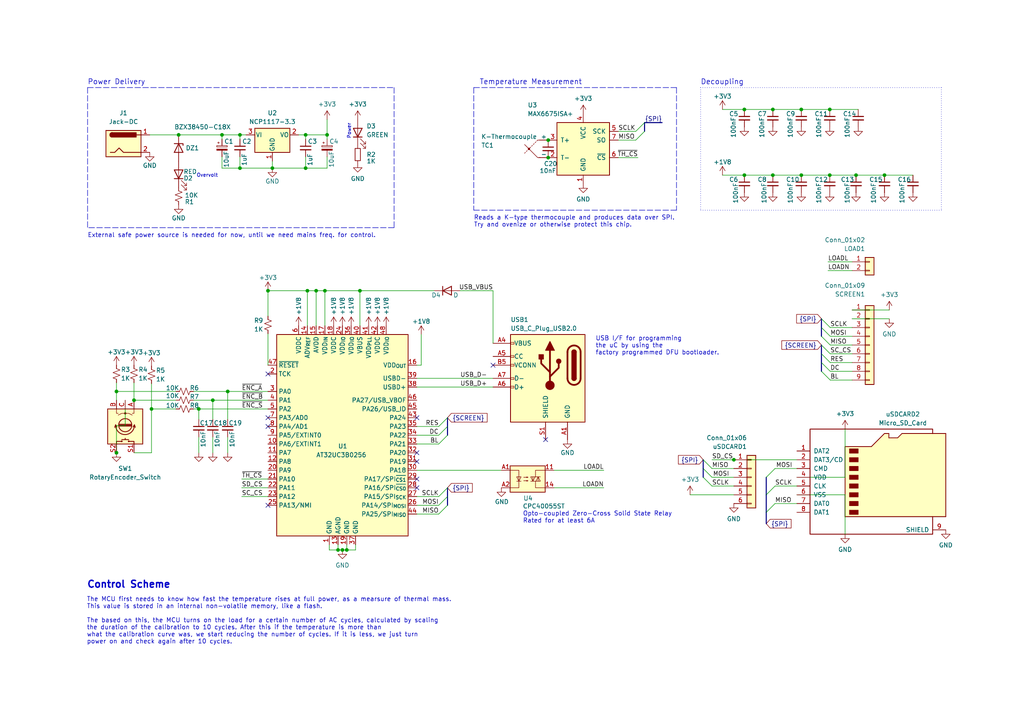
<source format=kicad_sch>
(kicad_sch (version 20211123) (generator eeschema)
  (paper "A4")
  (lib_symbols
    (symbol "AVR32:AT32UC3B0256"
      (property "Reference" "U" (at 0 48.26 0))
      (property "Value" "AT32UC3B0256" (at 0 45.72 0))
      (symbol "AT32UC3B0256_1_1"
        (pin power_in line (at -3.81 -30.48 90) (length 2.54) (name "GND") (number "1"))
        (pin bidirectional line (at -21.59 -1.27 0) (length 2.54) (name "PA6/EXTINT1") (number "10"))
        (pin bidirectional line (at -21.59 -3.81 0) (length 2.54) (name "PA7") (number "11"))
        (pin bidirectional line (at -21.59 -6.35 0) (length 2.54) (name "PA8") (number "12"))
        (pin power_in line (at -1.27 -30.48 90) (length 2.54) (name "AGND") (number "13"))
        (pin power_in line (at -10.16 33.02 270) (length 2.54) (name "ADV_{REF}") (number "14"))
        (pin power_in line (at -7.62 33.02 270) (length 2.54) (name "AVDD") (number "15"))
        (pin power_out line (at 21.59 21.59 180) (length 2.54) (name "VDD_{OUT}") (number "16"))
        (pin power_in line (at -5.08 33.02 270) (length 2.54) (name "VDD_{IN}") (number "17"))
        (pin power_in line (at -2.54 33.02 270) (length 2.54) (name "VDDC") (number "18"))
        (pin power_in line (at 1.27 -30.48 90) (length 2.54) (name "GND") (number "19"))
        (pin input line (at -21.59 19.05 0) (length 2.54) (name "TCK") (number "2"))
        (pin bidirectional line (at -21.59 -8.89 0) (length 2.54) (name "PA9") (number "20"))
        (pin bidirectional line (at -21.59 -11.43 0) (length 2.54) (name "PA10") (number "21"))
        (pin bidirectional line (at -21.59 -13.97 0) (length 2.54) (name "PA11") (number "22"))
        (pin bidirectional line (at -21.59 -16.51 0) (length 2.54) (name "PA12") (number "23"))
        (pin power_in line (at 0 33.02 270) (length 2.54) (name "VDD_{IO}") (number "24"))
        (pin bidirectional line (at -21.59 -19.05 0) (length 2.54) (name "PA13/NMI") (number "25"))
        (pin bidirectional line (at 21.59 -19.05 180) (length 2.54) (name "PA14/SPI_{MOSI}") (number "26"))
        (pin bidirectional line (at 21.59 -16.51 180) (length 2.54) (name "PA15/SPI_{SCK}") (number "27"))
        (pin bidirectional line (at 21.59 -13.97 180) (length 2.54) (name "PA16/SPI_{~{CS0}}") (number "28"))
        (pin bidirectional line (at 21.59 -11.43 180) (length 2.54) (name "PA17/SPI_{~{CS1}}") (number "29"))
        (pin bidirectional line (at -21.59 13.97 0) (length 2.54) (name "PA0") (number "3"))
        (pin bidirectional line (at 21.59 -8.89 180) (length 2.54) (name "PA18") (number "30"))
        (pin bidirectional line (at 21.59 -6.35 180) (length 2.54) (name "PA19") (number "31"))
        (pin bidirectional line (at 21.59 -3.81 180) (length 2.54) (name "PA20") (number "32"))
        (pin bidirectional line (at 21.59 -1.27 180) (length 2.54) (name "PA21") (number "33"))
        (pin bidirectional line (at 21.59 1.27 180) (length 2.54) (name "PA22") (number "34"))
        (pin bidirectional line (at 21.59 3.81 180) (length 2.54) (name "PA23") (number "35"))
        (pin power_in line (at 2.54 33.02 270) (length 2.54) (name "VDD_{IO}") (number "36"))
        (pin power_in line (at 3.81 -30.48 90) (length 2.54) (name "GND") (number "37"))
        (pin bidirectional line (at 21.59 15.24 180) (length 2.54) (name "USBD+") (number "38"))
        (pin bidirectional line (at 21.59 17.78 180) (length 2.54) (name "USBD-") (number "39"))
        (pin bidirectional line (at -21.59 11.43 0) (length 2.54) (name "PA1") (number "4"))
        (pin power_in line (at 5.08 33.02 270) (length 2.54) (name "VBUS") (number "40"))
        (pin power_in line (at 7.62 33.02 270) (length 2.54) (name "VDD_{PLL}") (number "41"))
        (pin power_in line (at 10.16 33.02 270) (length 2.54) (name "VDDC") (number "42"))
        (pin bidirectional line (at 21.59 6.35 180) (length 2.54) (name "PA24") (number "43"))
        (pin bidirectional line (at 21.59 -21.59 180) (length 2.54) (name "PA25/SPI_{MISO}") (number "44"))
        (pin bidirectional line (at 21.59 8.89 180) (length 2.54) (name "PA26/USB_ID") (number "45"))
        (pin output line (at 21.59 11.43 180) (length 2.54) (name "PA27/USB_VBOF") (number "46"))
        (pin input line (at -21.59 21.59 0) (length 2.54) (name "~{RESET}") (number "47"))
        (pin power_in line (at 12.7 33.02 270) (length 2.54) (name "VDD_{IO}") (number "48"))
        (pin bidirectional line (at -21.59 8.89 0) (length 2.54) (name "PA2") (number "5"))
        (pin power_in line (at -12.7 33.02 270) (length 2.54) (name "VDDC") (number "6"))
        (pin bidirectional line (at -21.59 6.35 0) (length 2.54) (name "PA3/AD0") (number "7"))
        (pin bidirectional line (at -21.59 3.81 0) (length 2.54) (name "PA4/AD1") (number "8"))
        (pin bidirectional line (at -21.59 1.27 0) (length 2.54) (name "PA5/EXTINT0") (number "9"))
      )
    )
    (symbol "Connector:Jack-DC" (pin_names (offset 1.016))
      (property "Reference" "J" (at 0 5.334 0))
      (property "Value" "Jack-DC" (at 0 -5.08 0))
      (symbol "Jack-DC_1_1"
        (pin passive line (at 7.62 2.54 180) (length 2.54) (name "~") (number "1"))
        (pin passive line (at 7.62 -2.54 180) (length 2.54) (name "~") (number "2"))
      )
    )
    (symbol "Connector:Micro_SD_Card" (pin_names (offset 1.016))
      (property "Reference" "J" (at -16.51 15.24 0))
      (property "Value" "Micro_SD_Card" (at 16.51 15.24 0))
      (symbol "Micro_SD_Card_1_1"
        (pin bidirectional line (at -22.86 7.62 0) (length 3.81) (name "DAT2") (number "1"))
        (pin bidirectional line (at -22.86 5.08 0) (length 3.81) (name "DAT3/CD") (number "2"))
        (pin input line (at -22.86 2.54 0) (length 3.81) (name "CMD") (number "3"))
        (pin power_in line (at -22.86 0 0) (length 3.81) (name "VDD") (number "4"))
        (pin input line (at -22.86 -2.54 0) (length 3.81) (name "CLK") (number "5"))
        (pin power_in line (at -22.86 -5.08 0) (length 3.81) (name "VSS") (number "6"))
        (pin bidirectional line (at -22.86 -7.62 0) (length 3.81) (name "DAT0") (number "7"))
        (pin bidirectional line (at -22.86 -10.16 0) (length 3.81) (name "DAT1") (number "8"))
        (pin passive line (at 20.32 -15.24 180) (length 3.81) (name "SHIELD") (number "9"))
      )
    )
    (symbol "Connector:USB_C_Plug_USB2.0" (pin_names (offset 1.016))
      (property "Reference" "USB1" (at -10.16 17.145 0))
      (property "Value" "USB_C_Plug_USB2.0" (at -10.16 14.605 0))
      (symbol "USB_C_Plug_USB2.0_1_1"
        (pin passive line (at -6.35 -17.78 90) (length 5.08) (name "GND") (number "A1"))
        (pin passive line (at -6.35 -17.78 90) (length 5.08) hide (name "GND") (number "A12"))
        (pin passive line (at 15.24 10.16 180) (length 5.08) (name "VBUS") (number "A4"))
        (pin bidirectional line (at 15.24 6.35 180) (length 5.08) (name "CC") (number "A5"))
        (pin bidirectional line (at 15.24 -2.54 180) (length 5.08) (name "D+") (number "A6"))
        (pin bidirectional line (at 15.24 0 180) (length 5.08) (name "D-") (number "A7"))
        (pin passive line (at 15.24 10.16 180) (length 5.08) hide (name "VBUS") (number "A9"))
        (pin passive line (at -6.35 -17.78 90) (length 5.08) hide (name "GND") (number "B1"))
        (pin passive line (at -6.35 -17.78 90) (length 5.08) hide (name "GND") (number "B12"))
        (pin passive line (at 15.24 10.16 180) (length 5.08) hide (name "VBUS") (number "B4"))
        (pin bidirectional line (at 15.24 3.81 180) (length 5.08) (name "VCONN") (number "B5"))
        (pin passive line (at 15.24 10.16 180) (length 5.08) hide (name "VBUS") (number "B9"))
        (pin passive line (at 0 -17.78 90) (length 5.08) (name "SHIELD") (number "S1"))
      )
    )
    (symbol "Connector_Generic:Conn_01x02" (pin_names (offset 1.016) hide)
      (property "Reference" "J" (at 0 2.54 0))
      (property "Value" "Conn_01x02" (at 0 -5.08 0))
      (symbol "Conn_01x02_1_1"
        (pin passive line (at -5.08 0 0) (length 3.81) (name "Pin_1") (number "1"))
        (pin passive line (at -5.08 -2.54 0) (length 3.81) (name "Pin_2") (number "2"))
      )
    )
    (symbol "Connector_Generic:Conn_01x06" (pin_names (offset 1.016) hide)
      (property "Reference" "J" (at 0 7.62 0))
      (property "Value" "Conn_01x06" (at 0 -10.16 0))
      (symbol "Conn_01x06_1_1"
        (pin passive line (at -5.08 5.08 0) (length 3.81) (name "Pin_1") (number "1"))
        (pin passive line (at -5.08 2.54 0) (length 3.81) (name "Pin_2") (number "2"))
        (pin passive line (at -5.08 0 0) (length 3.81) (name "Pin_3") (number "3"))
        (pin passive line (at -5.08 -2.54 0) (length 3.81) (name "Pin_4") (number "4"))
        (pin passive line (at -5.08 -5.08 0) (length 3.81) (name "Pin_5") (number "5"))
        (pin passive line (at -5.08 -7.62 0) (length 3.81) (name "Pin_6") (number "6"))
      )
    )
    (symbol "Connector_Generic:Conn_01x09" (pin_names (offset 1.016) hide)
      (property "Reference" "J" (at 0 12.7 0))
      (property "Value" "Conn_01x09" (at 0 -12.7 0))
      (symbol "Conn_01x09_1_1"
        (pin passive line (at -5.08 10.16 0) (length 3.81) (name "Pin_1") (number "1"))
        (pin passive line (at -5.08 7.62 0) (length 3.81) (name "Pin_2") (number "2"))
        (pin passive line (at -5.08 5.08 0) (length 3.81) (name "Pin_3") (number "3"))
        (pin passive line (at -5.08 2.54 0) (length 3.81) (name "Pin_4") (number "4"))
        (pin passive line (at -5.08 0 0) (length 3.81) (name "Pin_5") (number "5"))
        (pin passive line (at -5.08 -2.54 0) (length 3.81) (name "Pin_6") (number "6"))
        (pin passive line (at -5.08 -5.08 0) (length 3.81) (name "Pin_7") (number "7"))
        (pin passive line (at -5.08 -7.62 0) (length 3.81) (name "Pin_8") (number "8"))
        (pin passive line (at -5.08 -10.16 0) (length 3.81) (name "Pin_9") (number "9"))
      )
    )
    (symbol "Device:C_Polarized_Small" (pin_numbers hide) (pin_names (offset 0.254) hide)
      (property "Reference" "C" (at 0.254 1.778 0))
      (property "Value" "C_Polarized_Small" (at 0.254 -2.032 0))
      (symbol "C_Polarized_Small_1_1"
        (pin passive line (at 0 2.54 270) (length 1.8542) (name "~") (number "1"))
        (pin passive line (at 0 -2.54 90) (length 1.8542) (name "~") (number "2"))
      )
    )
    (symbol "Device:C_Small" (pin_numbers hide) (pin_names (offset 0.254) hide)
      (property "Reference" "C" (at 0.254 1.778 0))
      (property "Value" "C_Small" (at 0.254 -2.032 0))
      (symbol "C_Small_1_1"
        (pin passive line (at 0 2.54 270) (length 2.032) (name "~") (number "1"))
        (pin passive line (at 0 -2.54 90) (length 2.032) (name "~") (number "2"))
      )
    )
    (symbol "Device:D" (pin_numbers hide) (pin_names (offset 1.016) hide)
      (property "Reference" "D" (at 0 2.54 0))
      (property "Value" "D" (at 0 -2.54 0))
      (symbol "D_1_1"
        (pin passive line (at -3.81 0 0) (length 2.54) (name "K") (number "1"))
        (pin passive line (at 3.81 0 180) (length 2.54) (name "A") (number "2"))
      )
    )
    (symbol "Device:D_Zener" (pin_numbers hide) (pin_names (offset 1.016) hide)
      (property "Reference" "D" (at 0 2.54 0))
      (property "Value" "D_Zener" (at 0 -2.54 0))
      (symbol "D_Zener_1_1"
        (pin passive line (at -3.81 0 0) (length 2.54) (name "K") (number "1"))
        (pin passive line (at 3.81 0 180) (length 2.54) (name "A") (number "2"))
      )
    )
    (symbol "Device:LED" (pin_numbers hide) (pin_names (offset 1.016) hide)
      (property "Reference" "D" (at 0 2.54 0))
      (property "Value" "LED" (at 0 -2.54 0))
      (symbol "LED_1_1"
        (pin passive line (at -3.81 0 0) (length 2.54) (name "K") (number "1"))
        (pin passive line (at 3.81 0 180) (length 2.54) (name "A") (number "2"))
      )
    )
    (symbol "Device:R_Small" (pin_numbers hide) (pin_names (offset 0.254) hide)
      (property "Reference" "R" (at 0.762 0.508 0))
      (property "Value" "R_Small" (at 0.762 -1.016 0))
      (symbol "R_Small_1_1"
        (pin passive line (at 0 2.54 270) (length 0.762) (name "~") (number "1"))
        (pin passive line (at 0 -2.54 90) (length 0.762) (name "~") (number "2"))
      )
    )
    (symbol "Device:R_Small_US" (pin_numbers hide) (pin_names (offset 0.254) hide)
      (property "Reference" "R" (at 0.762 0.508 0))
      (property "Value" "R_Small_US" (at 0.762 -1.016 0))
      (symbol "R_Small_US_1_1"
        (pin passive line (at 0 2.54 270) (length 1.016) (name "~") (number "1"))
        (pin passive line (at 0 -2.54 90) (length 1.016) (name "~") (number "2"))
      )
    )
    (symbol "Device:RotaryEncoder_Switch" (pin_names (offset 0.254) hide)
      (property "Reference" "SW" (at 0 6.604 0))
      (property "Value" "RotaryEncoder_Switch" (at 0 -6.604 0))
      (symbol "RotaryEncoder_Switch_1_1"
        (pin passive line (at -7.62 2.54 0) (length 2.54) (name "A") (number "A"))
        (pin passive line (at -7.62 -2.54 0) (length 2.54) (name "B") (number "B"))
        (pin passive line (at -7.62 0 0) (length 2.54) (name "C") (number "C"))
        (pin passive line (at 7.62 2.54 180) (length 2.54) (name "S1") (number "S1"))
        (pin passive line (at 7.62 -2.54 180) (length 2.54) (name "S2") (number "S2"))
      )
    )
    (symbol "Device:Thermocouple" (pin_numbers hide) (pin_names (offset 0))
      (property "Reference" "TC" (at -3.048 3.81 0))
      (property "Value" "Thermocouple" (at -5.08 -4.064 0))
      (symbol "Thermocouple_1_1"
        (pin passive line (at 2.54 2.54 180) (length 2.54) (name "+") (number "1"))
        (pin passive line (at 2.54 -2.54 180) (length 2.54) (name "-") (number "2"))
      )
    )
    (symbol "Regulator_Linear:NCP1117-3.3_SOT223" (pin_names (offset 0.254))
      (property "Reference" "U" (at -3.81 3.175 0))
      (property "Value" "NCP1117-3.3_SOT223" (at 0 3.175 0))
      (symbol "NCP1117-3.3_SOT223_1_1"
        (pin power_in line (at 0 -7.62 90) (length 2.54) (name "GND") (number "1"))
        (pin power_out line (at 7.62 0 180) (length 2.54) (name "VO") (number "2"))
        (pin power_in line (at -7.62 0 0) (length 2.54) (name "VI") (number "3"))
      )
    )
    (symbol "Relay_SolidState:34.81-8240"
      (property "Reference" "U" (at -5.08 5.08 0))
      (property "Value" "34.81-8240" (at 0 5.08 0))
      (symbol "34.81-8240_1_1"
        (pin passive line (at 7.62 2.54 180) (length 2.54) (name "~") (number "11"))
        (pin passive line (at 7.62 -2.54 180) (length 2.54) (name "~") (number "14"))
        (pin passive line (at -7.62 2.54 0) (length 2.54) (name "~") (number "A1"))
        (pin passive line (at -7.62 -2.54 0) (length 2.54) (name "~") (number "A2"))
      )
    )
    (symbol "Sensor_Temperature:MAX31855KASA" (pin_names (offset 1.016))
      (property "Reference" "U" (at -7.62 8.89 0))
      (property "Value" "MAX31855KASA" (at 1.27 8.89 0))
      (symbol "MAX31855KASA_1_1"
        (pin power_in line (at 0 -10.16 90) (length 2.54) (name "GND") (number "1"))
        (pin passive line (at -10.16 -2.54 0) (length 2.54) (name "T-") (number "2"))
        (pin passive line (at -10.16 2.54 0) (length 2.54) (name "T+") (number "3"))
        (pin power_in line (at 0 10.16 270) (length 2.54) (name "VCC") (number "4"))
        (pin input line (at 10.16 5.08 180) (length 2.54) (name "SCK") (number "5"))
        (pin input line (at 10.16 -2.54 180) (length 2.54) (name "~{CS}") (number "6"))
        (pin tri_state line (at 10.16 2.54 180) (length 2.54) (name "SO") (number "7"))
      )
    )
    (symbol "power:+1V8" (power) (pin_names (offset 0))
      (property "Value" "+1V8" (at 0 3.556 0))
      (symbol "+1V8_1_1"
        (pin power_in line (at 0 0 90) (length 0) hide (name "+1V8") (number "1"))
      )
    )
    (symbol "power:+3V3" (power) (pin_names (offset 0))
      (property "Value" "+3V3" (at 0 3.556 0))
      (symbol "+3V3_1_1"
        (pin power_in line (at 0 0 90) (length 0) hide (name "+3V3") (number "1"))
      )
    )
    (symbol "power:GND" (power) (pin_names (offset 0))
      (property "Value" "GND" (at 0 -3.81 0))
      (symbol "GND_1_1"
        (pin power_in line (at 0 0 270) (length 0) hide (name "GND") (number "1"))
      )
    )
  )
  (bus_alias "SCREEN" (members "SC_CS" "BL" "DC" "RES" "T_SDA" "T_SCL" "T_INT"))
  (bus_alias "SPI" (members "SCLK" "MOSI" "MISO"))
  (junction (at 224.155 50.8))
  (junction (at 98.044 159.512))
  (junction (at 88.646 48.768))
  (junction (at 232.41 31.75))
  (junction (at 57.658 118.618))
  (junction (at 256.54 50.8))
  (junction (at 69.596 39.116))
  (junction (at 104.394 84.328))
  (junction (at 215.9 50.8))
  (junction (at 78.994 48.768))
  (junction (at 64.389 39.116))
  (junction (at 232.41 50.8))
  (junction (at 224.155 31.75))
  (junction (at 88.646 39.116))
  (junction (at 159.004 40.64))
  (junction (at 33.782 131.318))
  (junction (at 89.154 84.328))
  (junction (at 99.314 159.512))
  (junction (at 69.596 48.768))
  (junction (at 61.722 116.078))
  (junction (at 94.869 39.116))
  (junction (at 33.782 113.538))
  (junction (at 38.862 116.078))
  (junction (at 215.9 31.75))
  (junction (at 159.004 45.72))
  (junction (at 91.694 84.328))
  (junction (at 212.852 133.35))
  (junction (at 94.234 84.328))
  (junction (at 43.942 118.618))
  (junction (at 77.724 84.328))
  (junction (at 248.285 50.8))
  (junction (at 66.04 113.538))
  (junction (at 100.584 159.512))
  (junction (at 240.665 31.75))
  (junction (at 51.816 39.116))
  (junction (at 240.665 50.8))
  (no_connect (at 120.904 121.158))
  (no_connect (at 77.724 146.558))
  (no_connect (at 143.002 105.918))
  (no_connect (at 158.242 127.508))
  (no_connect (at 120.904 141.478))
  (no_connect (at 120.904 138.938))
  (no_connect (at 120.904 131.318))
  (no_connect (at 120.904 133.858))
  (no_connect (at 77.724 108.458))
  (no_connect (at 77.724 121.158))
  (no_connect (at 77.724 123.698))
  (bus_entry (at 238.252 100.076) (size 2.54 2.54))
  (bus_entry (at 129.794 126.238) (size -2.54 2.54))
  (bus_entry (at 203.962 133.35) (size 2.54 2.54))
  (bus_entry (at 203.962 135.89) (size 2.54 2.54))
  (bus_entry (at 203.962 138.43) (size 2.54 2.54))
  (bus_entry (at 238.252 97.536) (size 2.54 2.54))
  (bus_entry (at 238.252 94.996) (size 2.54 2.54))
  (bus_entry (at 238.252 92.456) (size 2.54 2.54))
  (bus_entry (at 238.252 102.616) (size 2.54 2.54))
  (bus_entry (at 238.252 105.156) (size 2.54 2.54))
  (bus_entry (at 238.252 107.696) (size 2.54 2.54))
  (bus_entry (at 224.79 135.89) (size -2.54 2.54))
  (bus_entry (at 222.25 148.59) (size 2.54 -2.54))
  (bus_entry (at 129.794 123.698) (size -2.54 2.54))
  (bus_entry (at 127.254 149.098) (size 2.54 -2.54))
  (bus_entry (at 127.254 144.018) (size 2.54 -2.54))
  (bus_entry (at 127.254 146.558) (size 2.54 -2.54))
  (bus_entry (at 186.944 35.56) (size -2.54 2.54))
  (bus_entry (at 222.25 143.51) (size 2.54 -2.54))
  (bus_entry (at 186.944 38.1) (size -2.54 2.54))
  (bus_entry (at 129.794 121.158) (size -2.54 2.54))
  (wire (pts (xy 224.79 135.89) (xy 231.14 135.89)))
  (wire (pts (xy 224.155 50.8) (xy 232.41 50.8)))
  (wire (pts (xy 231.14 143.51) (xy 245.11 143.51)))
  (bus (pts (xy 222.25 143.51) (xy 222.25 148.59)))
  (wire (pts (xy 61.722 116.078) (xy 61.722 121.666)))
  (polyline (pts (xy 273.05 60.96) (xy 203.2 60.96)) (stroke (width 0) (type dot)))
  (wire (pts (xy 240.665 50.8) (xy 248.285 50.8)))
  (wire (pts (xy 94.234 84.328) (xy 104.394 84.328)))
  (bus (pts (xy 238.252 102.616) (xy 238.252 105.156)))
  (wire (pts (xy 56.134 118.618) (xy 57.658 118.618)))
  (wire (pts (xy 69.596 45.466) (xy 69.596 48.768)))
  (wire (pts (xy 224.79 140.97) (xy 231.14 140.97)))
  (wire (pts (xy 104.394 84.328) (xy 104.394 94.488)))
  (wire (pts (xy 94.869 39.116) (xy 94.869 34.671)))
  (wire (pts (xy 133.477 84.328) (xy 143.002 84.328)))
  (wire (pts (xy 69.596 39.116) (xy 71.374 39.116)))
  (wire (pts (xy 209.55 31.75) (xy 215.9 31.75)))
  (wire (pts (xy 127.254 146.558) (xy 120.904 146.558)))
  (bus (pts (xy 129.794 146.558) (xy 129.794 144.018)))
  (wire (pts (xy 57.658 118.618) (xy 57.658 121.666)))
  (bus (pts (xy 222.25 138.43) (xy 222.25 143.51)))
  (wire (pts (xy 232.41 50.8) (xy 240.665 50.8)))
  (bus (pts (xy 222.25 148.59) (xy 222.25 151.892)))
  (wire (pts (xy 232.41 31.75) (xy 240.665 31.75)))
  (wire (pts (xy 33.782 113.538) (xy 33.782 116.078)))
  (bus (pts (xy 186.944 35.56) (xy 186.944 38.1)))
  (wire (pts (xy 215.9 50.8) (xy 224.155 50.8)))
  (wire (pts (xy 36.322 123.444) (xy 33.782 123.444)))
  (wire (pts (xy 257.937 89.916) (xy 247.142 89.916)))
  (wire (pts (xy 103.124 159.512) (xy 103.124 157.988)))
  (wire (pts (xy 240.792 110.236) (xy 247.142 110.236)))
  (wire (pts (xy 33.782 110.998) (xy 33.782 113.538)))
  (wire (pts (xy 127.254 128.778) (xy 120.904 128.778)))
  (wire (pts (xy 43.434 39.116) (xy 51.816 39.116)))
  (wire (pts (xy 160.655 136.398) (xy 175.133 136.398)))
  (wire (pts (xy 240.792 94.996) (xy 247.142 94.996)))
  (wire (pts (xy 38.862 131.318) (xy 43.942 131.318)))
  (wire (pts (xy 247.142 75.946) (xy 240.157 75.946)))
  (wire (pts (xy 206.502 135.89) (xy 212.852 135.89)))
  (wire (pts (xy 69.596 48.768) (xy 78.994 48.768)))
  (wire (pts (xy 70.104 141.478) (xy 77.724 141.478)))
  (wire (pts (xy 247.142 78.486) (xy 240.157 78.486)))
  (wire (pts (xy 127.254 149.098) (xy 120.904 149.098)))
  (wire (pts (xy 36.322 116.078) (xy 36.322 123.444)))
  (wire (pts (xy 98.044 157.988) (xy 98.044 159.512)))
  (wire (pts (xy 64.389 45.466) (xy 64.389 48.768)))
  (wire (pts (xy 98.044 159.512) (xy 99.314 159.512)))
  (wire (pts (xy 94.869 45.466) (xy 94.869 48.768)))
  (bus (pts (xy 203.962 138.43) (xy 203.962 135.89)))
  (wire (pts (xy 240.665 31.75) (xy 248.92 31.75)))
  (wire (pts (xy 86.614 39.116) (xy 88.646 39.116)))
  (wire (pts (xy 179.324 40.64) (xy 184.404 40.64)))
  (polyline (pts (xy 203.2 25.4) (xy 203.2 60.96)) (stroke (width 0) (type dot)))
  (wire (pts (xy 95.504 159.512) (xy 95.504 157.988)))
  (bus (pts (xy 129.794 123.698) (xy 129.794 126.238)))
  (wire (pts (xy 77.724 96.774) (xy 77.724 105.918)))
  (wire (pts (xy 33.782 113.538) (xy 51.054 113.538)))
  (wire (pts (xy 209.55 50.8) (xy 215.9 50.8)))
  (wire (pts (xy 100.584 157.988) (xy 100.584 159.512)))
  (polyline (pts (xy 196.215 60.96) (xy 137.414 60.96)))
  (bus (pts (xy 238.252 107.696) (xy 238.252 105.156)))
  (bus (pts (xy 238.252 94.996) (xy 238.252 92.456)))
  (wire (pts (xy 61.722 126.746) (xy 61.722 131.318)))
  (wire (pts (xy 88.646 39.116) (xy 88.646 40.386)))
  (wire (pts (xy 89.154 84.328) (xy 91.694 84.328)))
  (wire (pts (xy 245.11 143.51) (xy 245.11 154.94)))
  (wire (pts (xy 206.502 133.35) (xy 212.852 133.35)))
  (wire (pts (xy 66.04 126.746) (xy 66.04 131.318)))
  (wire (pts (xy 206.502 138.43) (xy 212.852 138.43)))
  (wire (pts (xy 245.11 138.43) (xy 245.11 124.46)))
  (wire (pts (xy 206.502 140.97) (xy 212.852 140.97)))
  (wire (pts (xy 100.584 159.512) (xy 103.124 159.512)))
  (wire (pts (xy 78.994 48.768) (xy 88.646 48.768)))
  (bus (pts (xy 238.252 97.536) (xy 238.252 94.996)))
  (wire (pts (xy 91.694 84.328) (xy 91.694 94.488)))
  (wire (pts (xy 56.134 116.078) (xy 61.722 116.078)))
  (wire (pts (xy 88.646 45.466) (xy 88.646 48.768)))
  (wire (pts (xy 240.792 107.696) (xy 247.142 107.696)))
  (wire (pts (xy 89.154 84.328) (xy 89.154 94.488)))
  (bus (pts (xy 192.024 35.56) (xy 186.944 35.56)))
  (wire (pts (xy 95.504 159.512) (xy 98.044 159.512)))
  (bus (pts (xy 203.962 135.89) (xy 203.962 133.35)))
  (polyline (pts (xy 137.414 25.4) (xy 137.414 60.96)))
  (wire (pts (xy 224.79 146.05) (xy 231.14 146.05)))
  (bus (pts (xy 129.794 121.158) (xy 129.794 123.698)))
  (wire (pts (xy 127.254 144.018) (xy 120.904 144.018)))
  (wire (pts (xy 215.9 31.75) (xy 224.155 31.75)))
  (polyline (pts (xy 25.4 25.4) (xy 114.3 25.4)))
  (bus (pts (xy 129.794 144.018) (xy 129.794 141.478)))
  (wire (pts (xy 66.04 113.538) (xy 77.724 113.538)))
  (wire (pts (xy 143.002 84.328) (xy 143.002 99.568)))
  (wire (pts (xy 56.134 113.538) (xy 66.04 113.538)))
  (wire (pts (xy 127.254 123.698) (xy 120.904 123.698)))
  (wire (pts (xy 122.174 105.918) (xy 120.904 105.918)))
  (wire (pts (xy 160.655 141.478) (xy 175.133 141.478)))
  (wire (pts (xy 51.816 39.116) (xy 64.389 39.116)))
  (wire (pts (xy 184.404 38.1) (xy 179.324 38.1)))
  (wire (pts (xy 64.389 39.116) (xy 64.389 40.386)))
  (wire (pts (xy 78.994 46.736) (xy 78.994 48.768)))
  (wire (pts (xy 64.389 48.768) (xy 69.596 48.768)))
  (wire (pts (xy 91.694 84.328) (xy 94.234 84.328)))
  (wire (pts (xy 240.792 102.616) (xy 247.142 102.616)))
  (wire (pts (xy 38.862 110.998) (xy 38.862 116.078)))
  (wire (pts (xy 43.942 111.252) (xy 43.942 118.618)))
  (polyline (pts (xy 137.414 25.4) (xy 196.215 25.4)))
  (wire (pts (xy 240.792 105.156) (xy 247.142 105.156)))
  (wire (pts (xy 38.862 116.078) (xy 51.054 116.078)))
  (wire (pts (xy 231.14 138.43) (xy 245.11 138.43)))
  (polyline (pts (xy 25.4 25.4) (xy 25.4 66.04)))
  (wire (pts (xy 77.724 84.328) (xy 89.154 84.328)))
  (wire (pts (xy 104.394 84.328) (xy 125.857 84.328)))
  (wire (pts (xy 66.04 113.538) (xy 66.04 121.666)))
  (wire (pts (xy 69.596 39.116) (xy 69.596 40.386)))
  (wire (pts (xy 61.722 116.078) (xy 77.724 116.078)))
  (wire (pts (xy 200.152 143.51) (xy 212.852 143.51)))
  (wire (pts (xy 120.904 136.398) (xy 145.415 136.398)))
  (wire (pts (xy 64.389 39.116) (xy 69.596 39.116)))
  (wire (pts (xy 99.314 159.512) (xy 100.584 159.512)))
  (wire (pts (xy 212.852 133.35) (xy 231.14 133.35)))
  (bus (pts (xy 238.252 100.076) (xy 238.252 102.616)))
  (wire (pts (xy 77.724 84.328) (xy 77.724 91.694)))
  (wire (pts (xy 257.937 92.456) (xy 247.142 92.456)))
  (wire (pts (xy 77.724 138.938) (xy 70.104 138.938)))
  (wire (pts (xy 122.174 105.918) (xy 122.174 97.028)))
  (wire (pts (xy 240.792 100.076) (xy 247.142 100.076)))
  (wire (pts (xy 70.104 144.018) (xy 77.724 144.018)))
  (polyline (pts (xy 203.2 25.4) (xy 273.05 25.4)) (stroke (width 0) (type dot)))
  (wire (pts (xy 94.869 39.116) (xy 94.869 40.386)))
  (wire (pts (xy 33.782 123.444) (xy 33.782 131.318)))
  (wire (pts (xy 179.324 45.72) (xy 185.039 45.72)))
  (wire (pts (xy 57.658 118.618) (xy 77.724 118.618)))
  (wire (pts (xy 43.942 118.618) (xy 43.942 131.318)))
  (wire (pts (xy 88.646 48.768) (xy 94.869 48.768)))
  (polyline (pts (xy 196.215 25.4) (xy 196.215 60.96)))
  (polyline (pts (xy 114.3 25.4) (xy 114.3 66.04)))
  (wire (pts (xy 94.234 84.328) (xy 94.234 94.488)))
  (wire (pts (xy 57.658 126.746) (xy 57.658 131.318)))
  (wire (pts (xy 43.942 118.618) (xy 51.054 118.618)))
  (wire (pts (xy 120.904 112.268) (xy 143.002 112.268)))
  (polyline (pts (xy 114.3 66.04) (xy 25.4 66.04)))
  (wire (pts (xy 127.254 126.238) (xy 120.904 126.238)))
  (wire (pts (xy 256.54 50.8) (xy 264.795 50.8)))
  (wire (pts (xy 120.904 109.728) (xy 143.002 109.728)))
  (wire (pts (xy 224.155 31.75) (xy 232.41 31.75)))
  (wire (pts (xy 240.792 97.536) (xy 247.142 97.536)))
  (polyline (pts (xy 273.05 25.4) (xy 273.05 60.96)) (stroke (width 0) (type dot)))
  (wire (pts (xy 88.646 39.116) (xy 94.869 39.116)))
  (wire (pts (xy 248.285 50.8) (xy 256.54 50.8)))
  (text "USB I/F for programming\nthe uC by using the \nfactory programmed DFU bootloader." (at 172.72 103.124 0) (effects (font (size 1.27 1.27)) (justify left bottom)))
  (text "Control Scheme" (at 25.146 170.815 0) (effects (font (size 2 2) (thickness 0.4) bold) (justify left bottom)))
  (text "Reads a K-type thermocouple and produces data over SPI. \nTry and ovenize or otherwise protect this chip." (at 137.414 66.04 0) (effects (font (size 1.27 1.27)) (justify left bottom)))
  (text "The MCU first needs to know how fast the temperature rises at full power, as a mearsure of thermal mass.\nThis value is stored in an internal non-volatile memory, like a flash.\n\nThe based on this, the MCU turns on the load for a certain number of AC cycles, calculated by scaling \nthe duration of the calibration to 10 cycles. After this if the temperature is more than \nwhat the calibration curve was, we start reducing the number of cycles. If it is less, we just turn \npower on and check again after 10 cycles." (at 25.146 186.944 0) (effects (font (size 1.27 1.27)) (justify left bottom)))
  (text "Power Delivery" (at 25.4 24.765 0) (effects (font (size 1.5 1.5)) (justify left bottom)))
  (text "Decoupling" (at 203.2 24.765 0) (effects (font (size 1.5 1.5)) (justify left bottom)))
  (text "Power " (at 101.854 40.386 90) (effects (font (size 1 1)) (justify left bottom)))
  (text "Overvolt" (at 63.246 51.562 180) (effects (font (size 1 1)) (justify right bottom)))
  (text "External safe power source is needed for now, until we need mains freq. for control." (at 25.4 69.088 0) (effects (font (size 1.27 1.27)) (justify left bottom)))
  (text "Opto-coupled Zero-Cross Solid State Relay\nRated for at least 6A" (at 151.638 151.892 0) (effects (font (size 1.27 1.27)) (justify left bottom)))
  (text "Temperature Measurement" (at 139.065 24.765 0) (effects (font (size 1.5 1.5)) (justify left bottom)))
  (label "BL" (at 240.792 110.236 0))
  (label "MISO" (at 179.324 40.64 0))
  (label "SD_CS" (at 206.502 133.35 0))
  (label "BL" (at 127.254 128.778 180))
  (label "SC_CS" (at 240.792 102.616 0))
  (label "MISO" (at 206.502 135.89 0))
  (label "~{ENC_A}" (at 70.104 113.538 0))
  (label "~{TH_CS}" (at 70.104 138.938 0))
  (label "MOSI" (at 225.044 135.89 0))
  (label "USB_D+" (at 133.477 112.268 0))
  (label "SC_CS" (at 70.104 144.018 0))
  (label "SD_CS" (at 70.104 141.478 0))
  (label "SCLK" (at 127.254 144.018 180))
  (label "LOADL" (at 240.157 75.946 0))
  (label "SCLK" (at 206.502 140.97 0))
  (label "SCLK" (at 240.792 94.996 0))
  (label "LOADN" (at 240.157 78.486 0))
  (label "RES" (at 127.254 123.698 180))
  (label "USB_VBUS" (at 143.002 84.328 180))
  (label "RES" (at 240.792 105.156 0))
  (label "MISO" (at 224.79 146.05 0))
  (label "{SPI}" (at 192.024 35.56 180))
  (label "~{TH_CS}" (at 185.039 45.72 180))
  (label "MOSI" (at 206.756 138.43 0))
  (label "MOSI" (at 240.792 97.536 0))
  (label "SCLK" (at 224.79 140.97 0))
  (label "LOADN" (at 175.133 141.478 180))
  (label "MISO" (at 240.792 100.076 0))
  (label "MOSI" (at 127.254 146.558 180))
  (label "USB_D-" (at 133.477 109.728 0))
  (label "DC" (at 127.254 126.238 180))
  (label "MISO" (at 127.254 149.098 180))
  (label "~{ENC_B}" (at 70.104 116.078 0))
  (label "LOADL" (at 175.133 136.398 180))
  (label "~{ENC_S}" (at 70.104 118.618 0))
  (label "SCLK" (at 179.324 38.1 0))
  (label "DC" (at 240.792 107.696 0))
  (global_label "{SPI}" (shape input) (at 203.962 133.35 180) (property "Intersheet References" "${INTERSHEET_REFS}" (effects hide)))
  (global_label "{SPI}" (shape input) (at 222.25 151.892 0) (property "Intersheet References" "${INTERSHEET_REFS}" (effects hide)))
  (global_label "{SPI}" (shape input) (at 238.252 92.456 180) (property "Intersheet References" "${INTERSHEET_REFS}" (effects hide)))
  (global_label "{SCREEN}" (shape input) (at 129.794 121.158 0) (property "Intersheet References" "${INTERSHEET_REFS}" (effects hide)))
  (global_label "{SPI}" (shape input) (at 129.794 141.478 0) (property "Intersheet References" "${INTERSHEET_REFS}" (effects hide)))
  (global_label "{SCREEN}" (shape input) (at 238.252 100.076 180) (property "Intersheet References" "${INTERSHEET_REFS}" (effects hide)))
  (symbol (lib_id "Device:C_Small") (at 248.92 34.29 0) (unit 1)
    (property "Reference" "C14" (at 244.475 33.02 0) (effects (justify left)))
    (property "Value" "100nF" (at 245.745 40.005 90) (effects (justify left)))
    (property "Footprint" "Capacitor_SMD:C_0603_1608Metric" (effects hide))
  )
  (symbol (lib_id "power:GND") (at 145.415 141.478 0) (unit 1)
    (property "Reference" "#PWR021" (effects hide))
    (property "Value" "GND" (at 145.542 145.542 0))
  )
  (symbol (lib_id "power:GND") (at 51.816 59.436 0) (unit 1)
    (property "Reference" "#PWR03" (effects hide))
    (property "Value" "GND" (at 51.816 63.246 0))
  )
  (symbol (lib_id "Device:C_Small") (at 57.658 124.206 0) (unit 1)
    (property "Reference" "C17" (at 57.912 122.682 0) (effects (justify left)))
    (property "Value" "10nF" (at 58.928 129.794 90) (effects (justify left)))
    (property "Footprint" "Capacitor_SMD:C_0603_1608Metric" (effects hide))
  )
  (symbol (lib_id "power:GND") (at 164.592 127.508 0) (mirror y) (unit 1)
    (property "Reference" "#PWR018" (effects hide))
    (property "Value" "GND" (at 164.592 131.318 0))
  )
  (symbol (lib_id "AVR32:AT32UC3B0256") (at 99.314 127.508 0) (unit 1)
    (property "Reference" "U1" (at 98.044 129.413 0) (effects (justify left)))
    (property "Value" "AT32UC3B0256" (at 91.694 131.953 0) (effects (justify left)))
    (property "Footprint" "Package_QFP:TQFP-48_7x7mm_P0.5mm" (effects hide))
    (property "Datasheet" "https://www.mouser.in/datasheet/2/268/doc32059-1316002.pdf" (effects hide))
  )
  (symbol (lib_id "power:+3V3") (at 257.937 89.916 0) (unit 1)
    (property "Reference" "#PWR035" (effects hide))
    (property "Value" "+3V3" (at 257.937 85.471 0))
  )
  (symbol (lib_id "Device:R_Small_US") (at 38.862 108.458 0) (unit 1)
    (property "Reference" "R4" (at 40.132 107.188 0) (effects (justify left)))
    (property "Value" "1K" (at 40.132 109.728 0) (effects (justify left)))
    (property "Footprint" "Resistor_SMD:R_0603_1608Metric" (effects hide))
  )
  (symbol (lib_id "Device:C_Polarized_Small") (at 64.389 42.926 0) (unit 1)
    (property "Reference" "C1" (at 65.024 41.021 0) (effects (justify left)))
    (property "Value" "10uF" (at 65.659 48.641 90) (effects (justify left)))
    (property "Footprint" "Capacitor_SMD:C_0603_1608Metric" (effects hide))
  )
  (symbol (lib_id "Device:C_Small") (at 232.41 53.34 0) (unit 1)
    (property "Reference" "C10" (at 227.965 52.07 0) (effects (justify left)))
    (property "Value" "100nF" (at 229.235 59.055 90) (effects (justify left)))
    (property "Footprint" "Capacitor_SMD:C_0603_1608Metric" (effects hide))
  )
  (symbol (lib_id "power:+3V3") (at 169.164 33.02 0) (unit 1)
    (property "Reference" "#PWR019" (effects hide))
    (property "Value" "+3V3" (at 169.164 28.575 0))
  )
  (symbol (lib_id "Device:LED") (at 51.816 50.546 90) (unit 1)
    (property "Reference" "D2" (at 53.213 51.689 90) (effects (justify right)))
    (property "Value" "RED" (at 53.213 49.784 90) (effects (justify right)))
  )
  (symbol (lib_id "Device:C_Small") (at 66.04 124.206 0) (unit 1)
    (property "Reference" "C19" (at 66.294 122.682 0) (effects (justify left)))
    (property "Value" "10nF" (at 67.31 129.794 90) (effects (justify left)))
    (property "Footprint" "Capacitor_SMD:C_0603_1608Metric" (effects hide))
  )
  (symbol (lib_id "Connector:USB_C_Plug_USB2.0") (at 158.242 109.728 0) (mirror y) (unit 1)
    (property "Reference" "USB1" (at 148.082 92.71 0) (effects (justify right)))
    (property "Value" "USB_C_Plug_USB2.0" (at 148.082 95.25 0) (effects (justify right)))
    (property "Footprint" "Connector_USB:USB_C_Receptacle_Amphenol_12401548E4-2A" (effects hide))
    (property "Datasheet" "https://www.usb.org/sites/default/files/documents/usb_type-c.zip" (effects hide))
  )
  (symbol (lib_id "Device:R_Small_US") (at 43.942 108.712 0) (unit 1)
    (property "Reference" "R5" (at 45.212 107.442 0) (effects (justify left)))
    (property "Value" "1K" (at 45.212 109.982 0) (effects (justify left)))
    (property "Footprint" "Resistor_SMD:R_0603_1608Metric" (effects hide))
  )
  (symbol (lib_id "Connector_Generic:Conn_01x09") (at 252.222 100.076 0) (unit 1)
    (property "Reference" "SCREEN1" (at 250.952 85.344 0) (effects (justify right)))
    (property "Value" "Conn_01x09" (at 250.952 82.804 0) (effects (justify right)))
    (property "Footprint" "Connector_PinHeader_2.54mm:PinHeader_1x12_P2.54mm_Vertical" (effects hide))
  )
  (symbol (lib_id "power:GND") (at 257.937 92.456 0) (unit 1)
    (property "Reference" "#PWR036" (effects hide))
    (property "Value" "GND" (at 257.937 96.901 0))
  )
  (symbol (lib_id "Device:R_Small_US") (at 77.724 94.234 0) (unit 1)
    (property "Reference" "R9" (at 73.66 92.964 0) (effects (justify left)))
    (property "Value" "1K" (at 73.66 95.504 0) (effects (justify left)))
    (property "Footprint" "Resistor_SMD:R_0603_1608Metric" (effects hide))
  )
  (symbol (lib_id "Device:D_Zener") (at 51.816 42.926 270) (unit 1)
    (property "Reference" "DZ1" (at 53.848 42.926 90) (effects (justify left)))
    (property "Value" "BZX38450-C18X" (at 50.546 36.83 90) (effects (justify left)))
    (property "Footprint" "Diode_SMD:D_SOD-323" (effects hide))
    (property "Datasheet" "https://www.mouser.in/datasheet/2/916/BZX38450_SER-2580605.pdf" (effects hide))
  )
  (symbol (lib_id "Connector:Jack-DC") (at 35.814 41.656 0) (unit 1)
    (property "Reference" "J1" (at 35.814 32.766 0))
    (property "Value" "Jack-DC" (at 35.814 35.306 0))
  )
  (symbol (lib_id "power:+1V8") (at 96.774 94.488 0) (unit 1)
    (property "Reference" "#PWR08" (effects hide))
    (property "Value" "+1V8" (at 96.774 88.773 90))
  )
  (symbol (lib_id "power:GND") (at 78.994 48.768 0) (unit 1)
    (property "Reference" "#PWR04" (effects hide))
    (property "Value" "GND" (at 78.994 52.578 0))
  )
  (symbol (lib_id "power:GND") (at 245.11 154.94 0) (unit 1)
    (property "Reference" "#PWR047" (effects hide))
    (property "Value" "GND" (at 245.11 159.385 0))
  )
  (symbol (lib_id "Device:C_Small") (at 215.9 34.29 0) (unit 1)
    (property "Reference" "C5" (at 211.455 33.02 0) (effects (justify left)))
    (property "Value" "100nF" (at 212.725 40.005 90) (effects (justify left)))
    (property "Footprint" "Capacitor_SMD:C_0603_1608Metric" (effects hide))
  )
  (symbol (lib_id "Device:C_Small") (at 224.155 34.29 0) (unit 1)
    (property "Reference" "C7" (at 219.71 33.02 0) (effects (justify left)))
    (property "Value" "100nF" (at 220.98 40.005 90) (effects (justify left)))
    (property "Footprint" "Capacitor_SMD:C_0603_1608Metric" (effects hide))
  )
  (symbol (lib_id "Device:RotaryEncoder_Switch") (at 36.322 123.698 270) (unit 1)
    (property "Reference" "SW1" (at 36.322 135.89 90))
    (property "Value" "RotaryEncoder_Switch" (at 36.322 138.43 90))
    (property "Footprint" "Rotary_Encoder:RotaryEncoder_Alps_EC11E-Switch_Vertical_H20mm" (effects hide))
  )
  (symbol (lib_id "power:+1V8") (at 99.314 94.488 0) (unit 1)
    (property "Reference" "#PWR09" (effects hide))
    (property "Value" "+1V8" (at 99.314 88.773 90))
  )
  (symbol (lib_id "power:+3V3") (at 209.55 31.75 0) (unit 1)
    (property "Reference" "#PWR022" (effects hide))
    (property "Value" "+3V3" (at 209.55 27.94 0))
  )
  (symbol (lib_id "Device:R_Small_US") (at 33.782 108.458 0) (unit 1)
    (property "Reference" "R3" (at 35.052 107.188 0) (effects (justify left)))
    (property "Value" "1K" (at 35.052 109.728 0) (effects (justify left)))
    (property "Footprint" "Resistor_SMD:R_0603_1608Metric" (effects hide))
  )
  (symbol (lib_id "power:GND") (at 240.665 55.88 0) (unit 1)
    (property "Reference" "#PWR031" (effects hide))
    (property "Value" "GND" (effects hide))
  )
  (symbol (lib_id "Regulator_Linear:NCP1117-3.3_SOT223") (at 78.994 39.116 0) (unit 1)
    (property "Reference" "U2" (at 78.994 32.766 0))
    (property "Value" "NCP1117-3.3" (at 78.994 35.306 0))
    (property "Footprint" "Package_TO_SOT_SMD:SOT-223-3_TabPin2" (effects hide))
    (property "Datasheet" "http://www.onsemi.com/pub_link/Collateral/NCP1117-D.PDF" (effects hide))
  )
  (symbol (lib_id "Connector:Micro_SD_Card") (at 254 138.43 0) (unit 1)
    (property "Reference" "uSDCARD2" (at 261.874 120.142 0))
    (property "Value" "Micro_SD_Card" (at 261.874 122.682 0))
    (property "Datasheet" "http://katalog.we-online.de/em/datasheet/693072010801.pdf" (effects hide))
  )
  (symbol (lib_id "power:+1V8") (at 122.174 97.028 0) (unit 1)
    (property "Reference" "#PWR017" (effects hide))
    (property "Value" "+1V8" (at 122.174 93.218 0))
  )
  (symbol (lib_id "power:+1V8") (at 106.934 94.488 0) (unit 1)
    (property "Reference" "#PWR014" (effects hide))
    (property "Value" "+1V8" (at 106.934 88.773 90))
  )
  (symbol (lib_id "Device:C_Small") (at 215.9 53.34 0) (unit 1)
    (property "Reference" "C6" (at 211.455 52.07 0) (effects (justify left)))
    (property "Value" "100nF" (at 213.36 59.055 90) (effects (justify left)))
    (property "Footprint" "Capacitor_SMD:C_0603_1608Metric" (effects hide))
  )
  (symbol (lib_id "Device:C_Small") (at 240.665 53.34 0) (unit 1)
    (property "Reference" "C12" (at 236.22 52.07 0) (effects (justify left)))
    (property "Value" "100nF" (at 237.49 59.055 90) (effects (justify left)))
    (property "Footprint" "Capacitor_SMD:C_0603_1608Metric" (effects hide))
  )
  (symbol (lib_id "power:+1V8") (at 86.614 94.488 0) (unit 1)
    (property "Reference" "#PWR06" (effects hide))
    (property "Value" "+1V8" (at 86.614 88.773 90))
  )
  (symbol (lib_id "power:GND") (at 224.155 36.83 0) (unit 1)
    (property "Reference" "#PWR026" (effects hide))
    (property "Value" "GND" (effects hide))
  )
  (symbol (lib_id "power:GND") (at 232.41 55.88 0) (unit 1)
    (property "Reference" "#PWR029" (effects hide))
    (property "Value" "GND" (effects hide))
  )
  (symbol (lib_id "power:GND") (at 169.164 53.34 0) (unit 1)
    (property "Reference" "#PWR020" (effects hide))
    (property "Value" "GND" (at 169.164 57.785 0))
  )
  (symbol (lib_id "Device:C_Small") (at 224.155 53.34 0) (unit 1)
    (property "Reference" "C8" (at 219.71 52.07 0) (effects (justify left)))
    (property "Value" "100nF" (at 221.615 59.055 90) (effects (justify left)))
    (property "Footprint" "Capacitor_SMD:C_0603_1608Metric" (effects hide))
  )
  (symbol (lib_id "power:GND") (at 43.434 44.196 0) (unit 1)
    (property "Reference" "#PWR01" (effects hide))
    (property "Value" "GND" (at 43.434 48.006 0))
  )
  (symbol (lib_id "power:+3V3") (at 33.782 105.918 0) (unit 1)
    (property "Reference" "#PWR040" (effects hide))
    (property "Value" "+3V3" (at 33.782 102.108 0))
  )
  (symbol (lib_id "power:GND") (at 274.32 153.67 0) (unit 1)
    (property "Reference" "#PWR048" (effects hide))
    (property "Value" "GND" (at 274.32 158.115 0))
  )
  (symbol (lib_id "power:GND") (at 215.9 55.88 0) (unit 1)
    (property "Reference" "#PWR025" (effects hide))
    (property "Value" "GND" (effects hide))
  )
  (symbol (lib_id "power:+1V8") (at 101.854 94.488 0) (unit 1)
    (property "Reference" "#PWR010" (effects hide))
    (property "Value" "+1V8" (at 101.854 88.773 90))
  )
  (symbol (lib_id "Device:R_Small_US") (at 51.816 56.896 0) (unit 1)
    (property "Reference" "R1" (at 53.594 58.547 0) (effects (justify left)))
    (property "Value" "10K" (at 53.594 56.642 0) (effects (justify left)))
    (property "Footprint" "Resistor_SMD:R_0603_1608Metric" (effects hide))
  )
  (symbol (lib_id "power:+3V3") (at 103.759 34.671 0) (unit 1)
    (property "Reference" "#PWR012" (effects hide))
    (property "Value" "+3V3" (at 103.759 30.226 0))
  )
  (symbol (lib_id "power:GND") (at 66.04 131.318 0) (unit 1)
    (property "Reference" "#PWR045" (effects hide))
    (property "Value" "GND" (effects hide))
  )
  (symbol (lib_id "power:+3V3") (at 43.942 106.172 0) (unit 1)
    (property "Reference" "#PWR042" (effects hide))
    (property "Value" "+3V3" (at 43.942 102.362 0))
  )
  (symbol (lib_id "power:GND") (at 57.658 131.318 0) (unit 1)
    (property "Reference" "#PWR043" (effects hide))
    (property "Value" "GND" (effects hide))
  )
  (symbol (lib_id "power:+3V3") (at 245.11 124.46 0) (unit 1)
    (property "Reference" "#PWR037" (effects hide))
    (property "Value" "+3V3" (at 245.11 120.015 0))
  )
  (symbol (lib_id "Device:R_Small") (at 103.759 44.831 0) (unit 1)
    (property "Reference" "R2" (at 106.299 44.831 0) (effects (justify left)))
    (property "Value" "1K" (at 106.299 46.736 0) (effects (justify left)))
    (property "Footprint" "Resistor_SMD:R_0603_1608Metric" (effects hide))
  )
  (symbol (lib_id "Device:C_Small") (at 240.665 34.29 0) (unit 1)
    (property "Reference" "C11" (at 236.22 33.02 0) (effects (justify left)))
    (property "Value" "100nF" (at 237.49 40.005 90) (effects (justify left)))
    (property "Footprint" "Capacitor_SMD:C_0603_1608Metric" (effects hide))
  )
  (symbol (lib_id "power:GND") (at 224.155 55.88 0) (unit 1)
    (property "Reference" "#PWR027" (effects hide))
    (property "Value" "GND" (effects hide))
  )
  (symbol (lib_id "power:GND") (at 33.782 131.318 0) (unit 1)
    (property "Reference" "#PWR041" (effects hide))
    (property "Value" "GND" (effects hide))
  )
  (symbol (lib_id "Device:C_Small") (at 256.54 53.34 0) (unit 1)
    (property "Reference" "C15" (at 252.095 52.07 0) (effects (justify left)))
    (property "Value" "100nF" (at 253.365 59.055 90) (effects (justify left)))
    (property "Footprint" "Capacitor_SMD:C_0603_1608Metric" (effects hide))
  )
  (symbol (lib_id "Device:C_Small") (at 159.004 43.18 0) (unit 1)
    (property "Reference" "C20" (at 157.734 47.498 0) (effects (justify left)))
    (property "Value" "10nF" (at 156.464 49.53 0) (effects (justify left)))
    (property "Footprint" "Capacitor_SMD:C_0603_1608Metric" (effects hide))
  )
  (symbol (lib_id "Device:LED") (at 103.759 38.481 90) (unit 1)
    (property "Reference" "D3" (at 106.299 36.576 90) (effects (justify right)))
    (property "Value" "GREEN" (at 106.299 39.116 90) (effects (justify right)))
  )
  (symbol (lib_id "Device:C_Small") (at 69.596 42.926 0) (unit 1)
    (property "Reference" "C2" (at 70.231 41.021 0) (effects (justify left)))
    (property "Value" "1uF" (at 70.866 48.133 90) (effects (justify left)))
    (property "Footprint" "Capacitor_SMD:C_0603_1608Metric" (effects hide))
  )
  (symbol (lib_id "power:+1V8") (at 109.474 94.488 0) (unit 1)
    (property "Reference" "#PWR015" (effects hide))
    (property "Value" "+1V8" (at 109.474 88.773 90))
  )
  (symbol (lib_id "power:GND") (at 99.314 159.512 0) (unit 1)
    (property "Reference" "#PWR011" (effects hide))
    (property "Value" "GND" (at 99.314 163.957 0))
  )
  (symbol (lib_id "Connector_Generic:Conn_01x02") (at 252.222 75.946 0) (unit 1)
    (property "Reference" "LOAD1" (at 250.952 72.136 0) (effects (justify right)))
    (property "Value" "Conn_01x02" (at 250.952 69.596 0) (effects (justify right)))
    (property "Footprint" "Connector_PinHeader_2.54mm:PinHeader_1x06_P2.54mm_Vertical" (effects hide))
  )
  (symbol (lib_id "power:GND") (at 248.285 55.88 0) (unit 1)
    (property "Reference" "#PWR032" (effects hide))
    (property "Value" "GND" (effects hide))
  )
  (symbol (lib_id "Device:C_Small") (at 232.41 34.29 0) (unit 1)
    (property "Reference" "C9" (at 227.965 33.02 0) (effects (justify left)))
    (property "Value" "100nF" (at 229.235 40.005 90) (effects (justify left)))
    (property "Footprint" "Capacitor_SMD:C_0603_1608Metric" (effects hide))
  )
  (symbol (lib_id "Device:C_Small") (at 248.285 53.34 0) (unit 1)
    (property "Reference" "C13" (at 243.84 52.07 0) (effects (justify left)))
    (property "Value" "100nF" (at 245.745 59.055 90) (effects (justify left)))
    (property "Footprint" "Capacitor_SMD:C_0603_1608Metric" (effects hide))
  )
  (symbol (lib_id "power:GND") (at 232.41 36.83 0) (unit 1)
    (property "Reference" "#PWR028" (effects hide))
    (property "Value" "GND" (effects hide))
  )
  (symbol (lib_id "power:+1V8") (at 209.55 50.8 0) (unit 1)
    (property "Reference" "#PWR023" (effects hide))
    (property "Value" "+1V8" (at 209.55 46.99 0))
  )
  (symbol (lib_id "power:GND") (at 103.759 47.371 0) (unit 1)
    (property "Reference" "#PWR013" (effects hide))
    (property "Value" "GND" (at 103.759 51.816 0))
  )
  (symbol (lib_id "power:GND") (at 212.852 146.05 0) (unit 1)
    (property "Reference" "#PWR038" (effects hide))
    (property "Value" "GND" (at 212.852 150.495 0))
  )
  (symbol (lib_id "power:+3V3") (at 200.152 143.51 0) (unit 1)
    (property "Reference" "#PWR046" (effects hide))
    (property "Value" "+3V3" (at 200.152 139.065 0))
  )
  (symbol (lib_id "Device:R_Small_US") (at 53.594 116.078 90) (unit 1)
    (property "Reference" "R7" (at 56.388 115.062 90))
    (property "Value" "10K" (at 50.038 114.808 90))
    (property "Footprint" "Resistor_SMD:R_0603_1608Metric" (effects hide))
  )
  (symbol (lib_id "Relay_SolidState:34.81-8240") (at 153.035 138.938 0) (unit 1)
    (property "Reference" "U4" (at 153.162 144.526 0))
    (property "Value" "CPC40055ST" (at 157.734 146.812 0))
    (property "Footprint" "OptoDevice:Finder_34.81" (effects hide))
    (property "Datasheet" "https://www.mouser.in/datasheet/2/240/CPC40055ST-1548507.pdf" (effects hide))
  )
  (symbol (lib_id "Device:R_Small_US") (at 53.594 113.538 90) (unit 1)
    (property "Reference" "R6" (at 56.388 112.522 90))
    (property "Value" "10K" (at 50.038 112.522 90))
    (property "Footprint" "Resistor_SMD:R_0603_1608Metric" (effects hide))
  )
  (symbol (lib_id "Sensor_Temperature:MAX31855KASA") (at 169.164 43.18 0) (unit 1)
    (property "Reference" "U3" (at 154.432 30.48 0))
    (property "Value" "MAX6675ISA+" (at 159.639 33.02 0))
    (property "Footprint" "Package_SO:SOIC-8_3.9x4.9mm_P1.27mm" (effects hide))
    (property "Datasheet" "https://www.mouser.in/datasheet/2/256/maxim%20integrated%20products_max6675-1179403.pdf" (effects hide))
  )
  (symbol (lib_id "power:+3V3") (at 38.862 105.918 0) (unit 1)
    (property "Reference" "#PWR02" (effects hide))
    (property "Value" "+3V3" (at 38.862 102.108 0))
  )
  (symbol (lib_id "power:+3V3") (at 94.869 34.671 0) (unit 1)
    (property "Reference" "#PWR07" (effects hide))
    (property "Value" "+3V3" (at 94.869 30.226 0))
  )
  (symbol (lib_id "Device:C_Small") (at 88.646 42.926 0) (unit 1)
    (property "Reference" "C3" (at 89.281 41.021 0) (effects (justify left)))
    (property "Value" "1uF" (at 89.916 48.133 90) (effects (justify left)))
    (property "Footprint" "Capacitor_SMD:C_0603_1608Metric" (effects hide))
  )
  (symbol (lib_id "Device:Thermocouple") (at 156.464 43.18 0) (unit 1)
    (property "Reference" "TC1" (at 139.573 42.164 0) (effects (justify left)))
    (property "Value" "K-Thermocouple" (at 139.573 39.624 0) (effects (justify left)))
    (property "Footprint" "Connector_PinHeader_2.54mm:PinHeader_1x02_P2.54mm_Vertical" (effects hide))
  )
  (symbol (lib_id "power:GND") (at 61.722 131.318 0) (unit 1)
    (property "Reference" "#PWR044" (effects hide))
    (property "Value" "GND" (effects hide))
  )
  (symbol (lib_id "power:+3V3") (at 77.724 84.328 0) (mirror y) (unit 1)
    (property "Reference" "#PWR05" (effects hide))
    (property "Value" "+3V3" (at 77.724 80.518 0))
  )
  (symbol (lib_id "Device:D") (at 129.667 84.328 0) (unit 1)
    (property "Reference" "D4" (at 126.492 85.598 0))
    (property "Value" "D" (at 132.207 85.598 0))
  )
  (symbol (lib_id "power:GND") (at 264.795 55.88 0) (unit 1)
    (property "Reference" "#PWR039" (effects hide))
    (property "Value" "GND" (effects hide))
  )
  (symbol (lib_id "Device:C_Small") (at 264.795 53.34 0) (unit 1)
    (property "Reference" "C16" (at 260.35 52.07 0) (effects (justify left)))
    (property "Value" "100nF" (at 261.62 59.055 90) (effects (justify left)))
    (property "Footprint" "Capacitor_SMD:C_0603_1608Metric" (effects hide))
  )
  (symbol (lib_id "power:GND") (at 240.665 36.83 0) (unit 1)
    (property "Reference" "#PWR030" (effects hide))
    (property "Value" "GND" (effects hide))
  )
  (symbol (lib_id "Connector_Generic:Conn_01x06") (at 217.932 138.43 0) (unit 1)
    (property "Reference" "uSDCARD1" (at 216.662 129.54 0) (effects (justify right)))
    (property "Value" "Conn_01x06" (at 216.662 127 0) (effects (justify right)))
    (property "Footprint" "Connector_PinHeader_2.54mm:PinHeader_1x06_P2.54mm_Vertical" (effects hide))
  )
  (symbol (lib_id "Device:C_Small") (at 61.722 124.206 0) (unit 1)
    (property "Reference" "C18" (at 61.976 122.682 0) (effects (justify left)))
    (property "Value" "10nF" (at 62.992 129.794 90) (effects (justify left)))
    (property "Footprint" "Capacitor_SMD:C_0603_1608Metric" (effects hide))
  )
  (symbol (lib_id "power:GND") (at 256.54 55.88 0) (unit 1)
    (property "Reference" "#PWR034" (effects hide))
    (property "Value" "GND" (effects hide))
  )
  (symbol (lib_id "power:+1V8") (at 112.014 94.488 0) (unit 1)
    (property "Reference" "#PWR016" (effects hide))
    (property "Value" "+1V8" (at 112.014 88.773 90))
  )
  (symbol (lib_id "Device:R_Small_US") (at 53.594 118.618 90) (unit 1)
    (property "Reference" "R8" (at 56.388 117.602 90))
    (property "Value" "10K" (at 50.038 117.602 90))
    (property "Footprint" "Resistor_SMD:R_0603_1608Metric" (effects hide))
  )
  (symbol (lib_id "power:GND") (at 215.9 36.83 0) (unit 1)
    (property "Reference" "#PWR024" (effects hide))
    (property "Value" "GND" (effects hide))
  )
  (symbol (lib_id "power:GND") (at 248.92 36.83 0) (unit 1)
    (property "Reference" "#PWR033" (effects hide))
    (property "Value" "GND" (effects hide))
  )
  (symbol (lib_id "Device:C_Polarized_Small") (at 94.869 42.926 0) (unit 1)
    (property "Reference" "C4" (at 95.504 41.021 0) (effects (justify left)))
    (property "Value" "10uF" (at 96.139 48.641 90) (effects (justify left)))
    (property "Footprint" "Capacitor_SMD:C_0603_1608Metric" (effects hide))
  )
)
</source>
